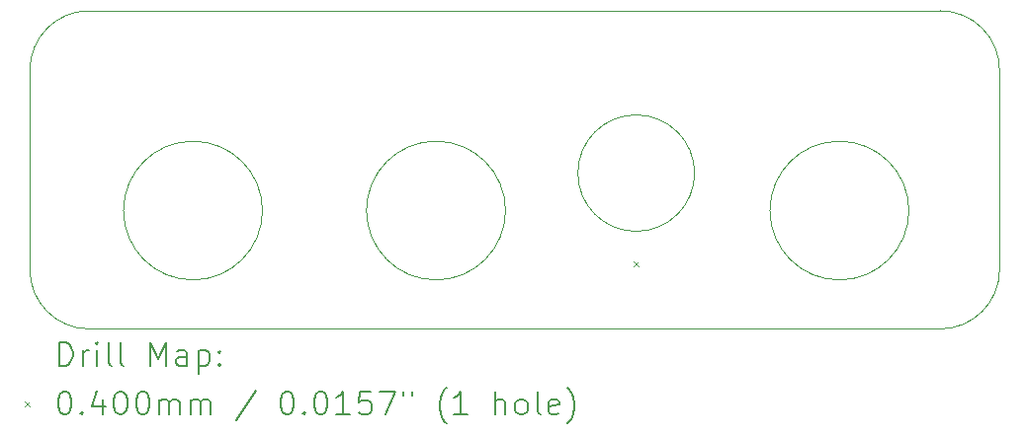
<source format=gbr>
%FSLAX45Y45*%
G04 Gerber Fmt 4.5, Leading zero omitted, Abs format (unit mm)*
G04 Created by KiCad (PCBNEW 6.0.5+dfsg-1~bpo11+1) date 2023-01-30 19:57:19*
%MOMM*%
%LPD*%
G01*
G04 APERTURE LIST*
%TA.AperFunction,Profile*%
%ADD10C,0.100000*%
%TD*%
%ADD11C,0.200000*%
%ADD12C,0.040000*%
G04 APERTURE END LIST*
D10*
X13549300Y-10668000D02*
G75*
G03*
X13549300Y-10668000I-595300J0D01*
G01*
X19862800Y-9461500D02*
G75*
G03*
X19354800Y-8953500I-508000J0D01*
G01*
X11557000Y-11176000D02*
G75*
G03*
X12065000Y-11684000I508000J0D01*
G01*
X19086500Y-10668000D02*
G75*
G03*
X19086500Y-10668000I-595300J0D01*
G01*
X19354800Y-11684000D02*
G75*
G03*
X19862800Y-11176000I0J508000D01*
G01*
X17250709Y-10346731D02*
G75*
G03*
X17250709Y-10346731I-500000J0D01*
G01*
X12065000Y-8953500D02*
G75*
G03*
X11557000Y-9461500I0J-508000D01*
G01*
X12065000Y-8953500D02*
X19354800Y-8953500D01*
X15631009Y-10668000D02*
G75*
G03*
X15631009Y-10668000I-595300J0D01*
G01*
X11557000Y-9461500D02*
X11557000Y-11176000D01*
X12065000Y-11684000D02*
X19354800Y-11684000D01*
X19862800Y-11176000D02*
X19862800Y-9461500D01*
D11*
D12*
X16731300Y-11105200D02*
X16771300Y-11145200D01*
X16771300Y-11105200D02*
X16731300Y-11145200D01*
D11*
X11809619Y-11999476D02*
X11809619Y-11799476D01*
X11857238Y-11799476D01*
X11885809Y-11809000D01*
X11904857Y-11828048D01*
X11914381Y-11847095D01*
X11923905Y-11885190D01*
X11923905Y-11913762D01*
X11914381Y-11951857D01*
X11904857Y-11970905D01*
X11885809Y-11989952D01*
X11857238Y-11999476D01*
X11809619Y-11999476D01*
X12009619Y-11999476D02*
X12009619Y-11866143D01*
X12009619Y-11904238D02*
X12019143Y-11885190D01*
X12028667Y-11875667D01*
X12047714Y-11866143D01*
X12066762Y-11866143D01*
X12133428Y-11999476D02*
X12133428Y-11866143D01*
X12133428Y-11799476D02*
X12123905Y-11809000D01*
X12133428Y-11818524D01*
X12142952Y-11809000D01*
X12133428Y-11799476D01*
X12133428Y-11818524D01*
X12257238Y-11999476D02*
X12238190Y-11989952D01*
X12228667Y-11970905D01*
X12228667Y-11799476D01*
X12362000Y-11999476D02*
X12342952Y-11989952D01*
X12333428Y-11970905D01*
X12333428Y-11799476D01*
X12590571Y-11999476D02*
X12590571Y-11799476D01*
X12657238Y-11942333D01*
X12723905Y-11799476D01*
X12723905Y-11999476D01*
X12904857Y-11999476D02*
X12904857Y-11894714D01*
X12895333Y-11875667D01*
X12876286Y-11866143D01*
X12838190Y-11866143D01*
X12819143Y-11875667D01*
X12904857Y-11989952D02*
X12885809Y-11999476D01*
X12838190Y-11999476D01*
X12819143Y-11989952D01*
X12809619Y-11970905D01*
X12809619Y-11951857D01*
X12819143Y-11932809D01*
X12838190Y-11923286D01*
X12885809Y-11923286D01*
X12904857Y-11913762D01*
X13000095Y-11866143D02*
X13000095Y-12066143D01*
X13000095Y-11875667D02*
X13019143Y-11866143D01*
X13057238Y-11866143D01*
X13076286Y-11875667D01*
X13085809Y-11885190D01*
X13095333Y-11904238D01*
X13095333Y-11961381D01*
X13085809Y-11980428D01*
X13076286Y-11989952D01*
X13057238Y-11999476D01*
X13019143Y-11999476D01*
X13000095Y-11989952D01*
X13181048Y-11980428D02*
X13190571Y-11989952D01*
X13181048Y-11999476D01*
X13171524Y-11989952D01*
X13181048Y-11980428D01*
X13181048Y-11999476D01*
X13181048Y-11875667D02*
X13190571Y-11885190D01*
X13181048Y-11894714D01*
X13171524Y-11885190D01*
X13181048Y-11875667D01*
X13181048Y-11894714D01*
D12*
X11512000Y-12309000D02*
X11552000Y-12349000D01*
X11552000Y-12309000D02*
X11512000Y-12349000D01*
D11*
X11847714Y-12219476D02*
X11866762Y-12219476D01*
X11885809Y-12229000D01*
X11895333Y-12238524D01*
X11904857Y-12257571D01*
X11914381Y-12295667D01*
X11914381Y-12343286D01*
X11904857Y-12381381D01*
X11895333Y-12400428D01*
X11885809Y-12409952D01*
X11866762Y-12419476D01*
X11847714Y-12419476D01*
X11828667Y-12409952D01*
X11819143Y-12400428D01*
X11809619Y-12381381D01*
X11800095Y-12343286D01*
X11800095Y-12295667D01*
X11809619Y-12257571D01*
X11819143Y-12238524D01*
X11828667Y-12229000D01*
X11847714Y-12219476D01*
X12000095Y-12400428D02*
X12009619Y-12409952D01*
X12000095Y-12419476D01*
X11990571Y-12409952D01*
X12000095Y-12400428D01*
X12000095Y-12419476D01*
X12181048Y-12286143D02*
X12181048Y-12419476D01*
X12133428Y-12209952D02*
X12085809Y-12352809D01*
X12209619Y-12352809D01*
X12323905Y-12219476D02*
X12342952Y-12219476D01*
X12362000Y-12229000D01*
X12371524Y-12238524D01*
X12381048Y-12257571D01*
X12390571Y-12295667D01*
X12390571Y-12343286D01*
X12381048Y-12381381D01*
X12371524Y-12400428D01*
X12362000Y-12409952D01*
X12342952Y-12419476D01*
X12323905Y-12419476D01*
X12304857Y-12409952D01*
X12295333Y-12400428D01*
X12285809Y-12381381D01*
X12276286Y-12343286D01*
X12276286Y-12295667D01*
X12285809Y-12257571D01*
X12295333Y-12238524D01*
X12304857Y-12229000D01*
X12323905Y-12219476D01*
X12514381Y-12219476D02*
X12533428Y-12219476D01*
X12552476Y-12229000D01*
X12562000Y-12238524D01*
X12571524Y-12257571D01*
X12581048Y-12295667D01*
X12581048Y-12343286D01*
X12571524Y-12381381D01*
X12562000Y-12400428D01*
X12552476Y-12409952D01*
X12533428Y-12419476D01*
X12514381Y-12419476D01*
X12495333Y-12409952D01*
X12485809Y-12400428D01*
X12476286Y-12381381D01*
X12466762Y-12343286D01*
X12466762Y-12295667D01*
X12476286Y-12257571D01*
X12485809Y-12238524D01*
X12495333Y-12229000D01*
X12514381Y-12219476D01*
X12666762Y-12419476D02*
X12666762Y-12286143D01*
X12666762Y-12305190D02*
X12676286Y-12295667D01*
X12695333Y-12286143D01*
X12723905Y-12286143D01*
X12742952Y-12295667D01*
X12752476Y-12314714D01*
X12752476Y-12419476D01*
X12752476Y-12314714D02*
X12762000Y-12295667D01*
X12781048Y-12286143D01*
X12809619Y-12286143D01*
X12828667Y-12295667D01*
X12838190Y-12314714D01*
X12838190Y-12419476D01*
X12933428Y-12419476D02*
X12933428Y-12286143D01*
X12933428Y-12305190D02*
X12942952Y-12295667D01*
X12962000Y-12286143D01*
X12990571Y-12286143D01*
X13009619Y-12295667D01*
X13019143Y-12314714D01*
X13019143Y-12419476D01*
X13019143Y-12314714D02*
X13028667Y-12295667D01*
X13047714Y-12286143D01*
X13076286Y-12286143D01*
X13095333Y-12295667D01*
X13104857Y-12314714D01*
X13104857Y-12419476D01*
X13495333Y-12209952D02*
X13323905Y-12467095D01*
X13752476Y-12219476D02*
X13771524Y-12219476D01*
X13790571Y-12229000D01*
X13800095Y-12238524D01*
X13809619Y-12257571D01*
X13819143Y-12295667D01*
X13819143Y-12343286D01*
X13809619Y-12381381D01*
X13800095Y-12400428D01*
X13790571Y-12409952D01*
X13771524Y-12419476D01*
X13752476Y-12419476D01*
X13733428Y-12409952D01*
X13723905Y-12400428D01*
X13714381Y-12381381D01*
X13704857Y-12343286D01*
X13704857Y-12295667D01*
X13714381Y-12257571D01*
X13723905Y-12238524D01*
X13733428Y-12229000D01*
X13752476Y-12219476D01*
X13904857Y-12400428D02*
X13914381Y-12409952D01*
X13904857Y-12419476D01*
X13895333Y-12409952D01*
X13904857Y-12400428D01*
X13904857Y-12419476D01*
X14038190Y-12219476D02*
X14057238Y-12219476D01*
X14076286Y-12229000D01*
X14085809Y-12238524D01*
X14095333Y-12257571D01*
X14104857Y-12295667D01*
X14104857Y-12343286D01*
X14095333Y-12381381D01*
X14085809Y-12400428D01*
X14076286Y-12409952D01*
X14057238Y-12419476D01*
X14038190Y-12419476D01*
X14019143Y-12409952D01*
X14009619Y-12400428D01*
X14000095Y-12381381D01*
X13990571Y-12343286D01*
X13990571Y-12295667D01*
X14000095Y-12257571D01*
X14009619Y-12238524D01*
X14019143Y-12229000D01*
X14038190Y-12219476D01*
X14295333Y-12419476D02*
X14181048Y-12419476D01*
X14238190Y-12419476D02*
X14238190Y-12219476D01*
X14219143Y-12248048D01*
X14200095Y-12267095D01*
X14181048Y-12276619D01*
X14476286Y-12219476D02*
X14381048Y-12219476D01*
X14371524Y-12314714D01*
X14381048Y-12305190D01*
X14400095Y-12295667D01*
X14447714Y-12295667D01*
X14466762Y-12305190D01*
X14476286Y-12314714D01*
X14485809Y-12333762D01*
X14485809Y-12381381D01*
X14476286Y-12400428D01*
X14466762Y-12409952D01*
X14447714Y-12419476D01*
X14400095Y-12419476D01*
X14381048Y-12409952D01*
X14371524Y-12400428D01*
X14552476Y-12219476D02*
X14685809Y-12219476D01*
X14600095Y-12419476D01*
X14752476Y-12219476D02*
X14752476Y-12257571D01*
X14828667Y-12219476D02*
X14828667Y-12257571D01*
X15123905Y-12495667D02*
X15114381Y-12486143D01*
X15095333Y-12457571D01*
X15085809Y-12438524D01*
X15076286Y-12409952D01*
X15066762Y-12362333D01*
X15066762Y-12324238D01*
X15076286Y-12276619D01*
X15085809Y-12248048D01*
X15095333Y-12229000D01*
X15114381Y-12200428D01*
X15123905Y-12190905D01*
X15304857Y-12419476D02*
X15190571Y-12419476D01*
X15247714Y-12419476D02*
X15247714Y-12219476D01*
X15228667Y-12248048D01*
X15209619Y-12267095D01*
X15190571Y-12276619D01*
X15542952Y-12419476D02*
X15542952Y-12219476D01*
X15628667Y-12419476D02*
X15628667Y-12314714D01*
X15619143Y-12295667D01*
X15600095Y-12286143D01*
X15571524Y-12286143D01*
X15552476Y-12295667D01*
X15542952Y-12305190D01*
X15752476Y-12419476D02*
X15733428Y-12409952D01*
X15723905Y-12400428D01*
X15714381Y-12381381D01*
X15714381Y-12324238D01*
X15723905Y-12305190D01*
X15733428Y-12295667D01*
X15752476Y-12286143D01*
X15781048Y-12286143D01*
X15800095Y-12295667D01*
X15809619Y-12305190D01*
X15819143Y-12324238D01*
X15819143Y-12381381D01*
X15809619Y-12400428D01*
X15800095Y-12409952D01*
X15781048Y-12419476D01*
X15752476Y-12419476D01*
X15933428Y-12419476D02*
X15914381Y-12409952D01*
X15904857Y-12390905D01*
X15904857Y-12219476D01*
X16085809Y-12409952D02*
X16066762Y-12419476D01*
X16028667Y-12419476D01*
X16009619Y-12409952D01*
X16000095Y-12390905D01*
X16000095Y-12314714D01*
X16009619Y-12295667D01*
X16028667Y-12286143D01*
X16066762Y-12286143D01*
X16085809Y-12295667D01*
X16095333Y-12314714D01*
X16095333Y-12333762D01*
X16000095Y-12352809D01*
X16162000Y-12495667D02*
X16171524Y-12486143D01*
X16190571Y-12457571D01*
X16200095Y-12438524D01*
X16209619Y-12409952D01*
X16219143Y-12362333D01*
X16219143Y-12324238D01*
X16209619Y-12276619D01*
X16200095Y-12248048D01*
X16190571Y-12229000D01*
X16171524Y-12200428D01*
X16162000Y-12190905D01*
M02*

</source>
